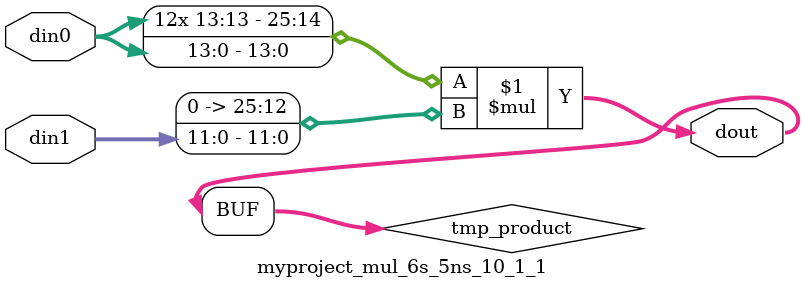
<source format=v>

`timescale 1 ns / 1 ps

 module myproject_mul_6s_5ns_10_1_1(din0, din1, dout);
parameter ID = 1;
parameter NUM_STAGE = 0;
parameter din0_WIDTH = 14;
parameter din1_WIDTH = 12;
parameter dout_WIDTH = 26;

input [din0_WIDTH - 1 : 0] din0; 
input [din1_WIDTH - 1 : 0] din1; 
output [dout_WIDTH - 1 : 0] dout;

wire signed [dout_WIDTH - 1 : 0] tmp_product;


























assign tmp_product = $signed(din0) * $signed({1'b0, din1});









assign dout = tmp_product;





















endmodule

</source>
